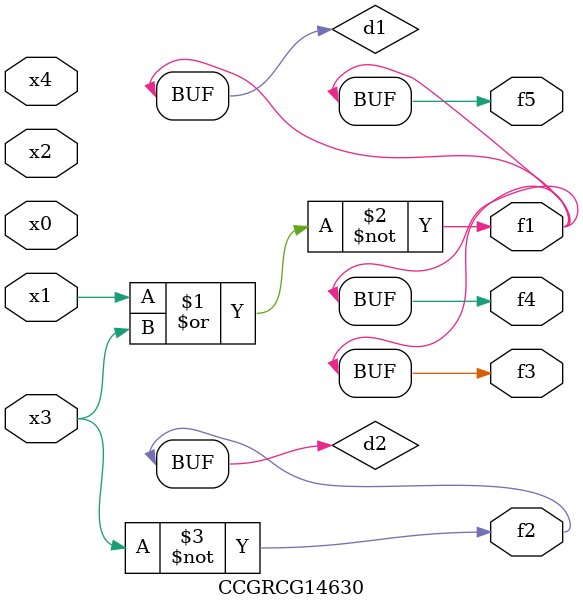
<source format=v>
module CCGRCG14630(
	input x0, x1, x2, x3, x4,
	output f1, f2, f3, f4, f5
);

	wire d1, d2;

	nor (d1, x1, x3);
	not (d2, x3);
	assign f1 = d1;
	assign f2 = d2;
	assign f3 = d1;
	assign f4 = d1;
	assign f5 = d1;
endmodule

</source>
